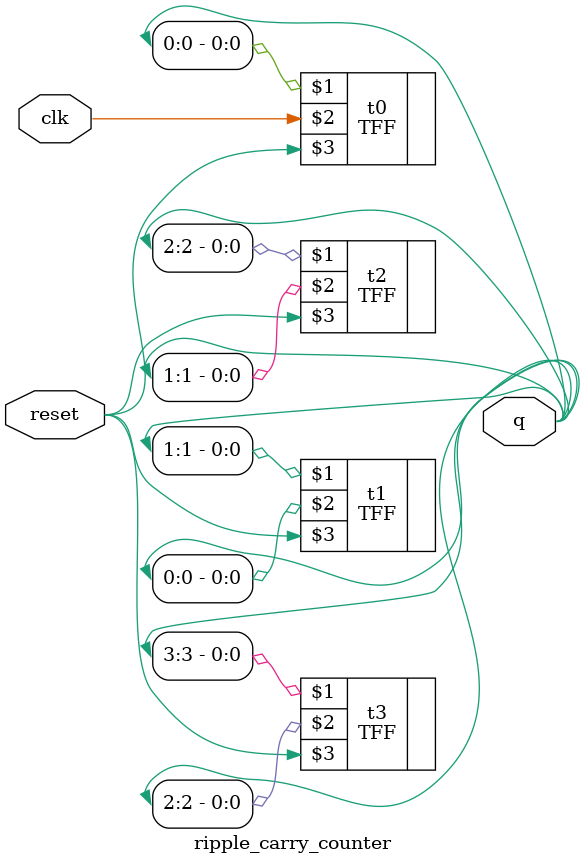
<source format=v>
`include "../FF/TFF.v"
module ripple_carry_counter(q, clk, reset);

  output [3:0] q;
  input clk, reset;

  TFF t0(q[0], clk, reset);
  TFF t1(q[1], q[0], reset);
  TFF t2(q[2], q[1], reset);
  TFF t3(q[3], q[2], reset);

endmodule

</source>
